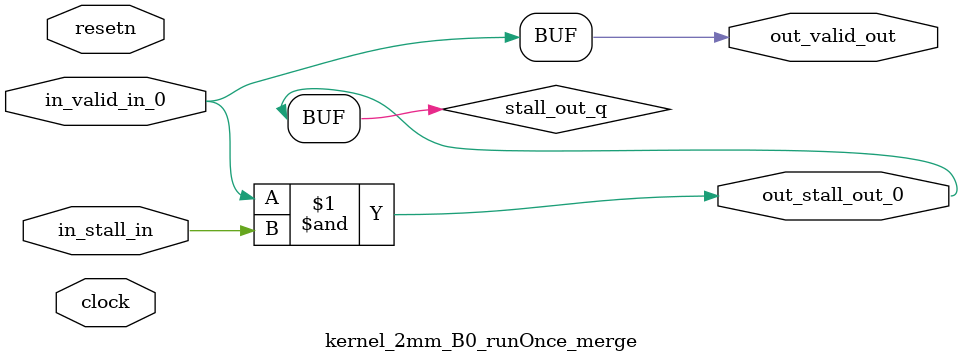
<source format=sv>



(* altera_attribute = "-name AUTO_SHIFT_REGISTER_RECOGNITION OFF; -name MESSAGE_DISABLE 10036; -name MESSAGE_DISABLE 10037; -name MESSAGE_DISABLE 14130; -name MESSAGE_DISABLE 14320; -name MESSAGE_DISABLE 15400; -name MESSAGE_DISABLE 14130; -name MESSAGE_DISABLE 10036; -name MESSAGE_DISABLE 12020; -name MESSAGE_DISABLE 12030; -name MESSAGE_DISABLE 12010; -name MESSAGE_DISABLE 12110; -name MESSAGE_DISABLE 14320; -name MESSAGE_DISABLE 13410; -name MESSAGE_DISABLE 113007; -name MESSAGE_DISABLE 10958" *)
module kernel_2mm_B0_runOnce_merge (
    input wire [0:0] in_stall_in,
    input wire [0:0] in_valid_in_0,
    output wire [0:0] out_stall_out_0,
    output wire [0:0] out_valid_out,
    input wire clock,
    input wire resetn
    );

    wire [0:0] stall_out_q;


    // stall_out(LOGICAL,6)
    assign stall_out_q = in_valid_in_0 & in_stall_in;

    // out_stall_out_0(GPOUT,4)
    assign out_stall_out_0 = stall_out_q;

    // out_valid_out(GPOUT,5)
    assign out_valid_out = in_valid_in_0;

endmodule

</source>
